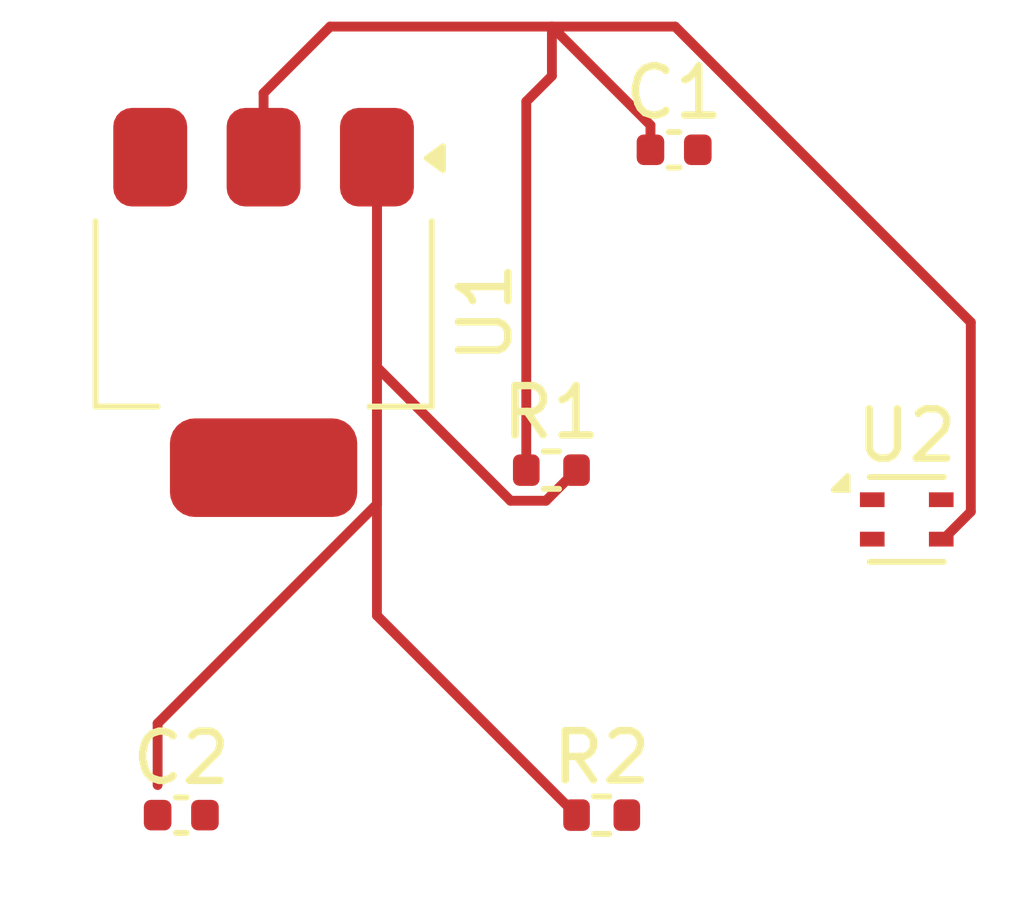
<source format=kicad_pcb>
(kicad_pcb (version 20241229) (generator "pcbnew") (generator_version "9.0")
  (layers (0 "F.Cu" signal) (2 "B.Cu" signal) (13 "F.Paste" user) (15 "B.Paste" user) (5 "F.SilkS" user "F.Silkscreen") (7 "B.SilkS" user "B.Silkscreen") (1 "F.Mask" user) (3 "B.Mask" user) (25 "Edge.Cuts" user))
  (net 0 "")
  (net 1 "GND")
  (net 2 "Net-(U1-VO)")
  (net 3 "VCC")
  (net 4 "Net-(U1-ADJ)")
  (footprint "Capacitor_SMD:C_0402_1005Metric" (layer "F.Cu") (at 125.48 73.5)
    (property "Reference" "C1" (at 0 -1.16 0) (layer "F.SilkS"))
    (property "Value" "0.1µF")
    (fp_line (start -0.107836 -0.36) (end 0.107836 -0.36) (stroke (width 0.12)) (layer "F.SilkS"))
    (fp_line (start -0.107836 0.36) (end 0.107836 0.36) (stroke (width 0.12)) (layer "F.SilkS"))
    (pad "1" smd roundrect (at -0.48 0) (size 0.56 0.62) (layers "F.Cu" "F.Mask" "F.Paste") (net 2 "Net-(U1-VO)"))
    (pad "2" smd roundrect (at 0.48 0) (size 0.56 0.62) (layers "F.Cu" "F.Mask" "F.Paste") (net 1 "GND"))
  )
  (footprint "Capacitor_SMD:C_0402_1005Metric" (layer "F.Cu") (at 115.48 87)
    (property "Reference" "C2" (at 0 -1.16 0) (layer "F.SilkS"))
    (property "Value" "1µF")
    (fp_line (start -0.107836 -0.36) (end 0.107836 -0.36) (stroke (width 0.12)) (layer "F.SilkS"))
    (fp_line (start -0.107836 0.36) (end 0.107836 0.36) (stroke (width 0.12)) (layer "F.SilkS"))
    (pad "1" smd roundrect (at -0.48 0) (size 0.56 0.62) (layers "F.Cu" "F.Mask" "F.Paste") (net 3 "VCC"))
    (pad "2" smd roundrect (at 0.48 0) (size 0.56 0.62) (layers "F.Cu" "F.Mask" "F.Paste") (net 1 "GND"))
  )
  (footprint "Resistor_SMD:R_0402_1005Metric" (layer "F.Cu") (at 124.01 87)
    (property "Reference" "R2" (at 0 -1.17 0) (layer "F.SilkS"))
    (property "Value" "390Ω")
    (fp_line (start -0.153641 -0.38) (end 0.153641 -0.38) (stroke (width 0.12)) (layer "F.SilkS"))
    (fp_line (start -0.153641 0.38) (end 0.153641 0.38) (stroke (width 0.12)) (layer "F.SilkS"))
    (pad "1" smd roundrect (at -0.51 0) (size 0.54 0.64) (layers "F.Cu" "F.Mask" "F.Paste") (net 4 "Net-(U1-ADJ)"))
    (pad "2" smd roundrect (at 0.51 0) (size 0.54 0.64) (layers "F.Cu" "F.Mask" "F.Paste") (net 1 "GND"))
  )
  (footprint "Sensor_Humidity:Sensirion_DFN-4_1.5x1.5mm_P0.8mm_SHT4x_NoCentralPad" (layer "F.Cu") (at 130.2 81)
    (property "Reference" "U2" (at 0 -1.7 0) (layer "F.SilkS"))
    (property "Value" "SHT4x")
    (fp_line (start -0.75 -0.86) (end 0.75 -0.86) (stroke (width 0.12)) (layer "F.SilkS"))
    (fp_line (start -0.75 0.86) (end 0.75 0.86) (stroke (width 0.12)) (layer "F.SilkS"))
    (fp_poly (pts (xy -1.2 -0.6) (xy -1.48 -0.6) (xy -1.2 -0.88) (xy -1.2 -0.6)) (stroke (width 0.12)) (fill yes) (layer "F.SilkS"))
    (pad "1" smd rect (at -0.7 -0.4) (size 0.5 0.3) (layers "F.Cu" "F.Mask" "F.Paste"))
    (pad "2" smd rect (at -0.7 0.4) (size 0.5 0.3) (layers "F.Cu" "F.Mask" "F.Paste"))
    (pad "3" smd rect (at 0.7 0.4) (size 0.5 0.3) (layers "F.Cu" "F.Mask" "F.Paste") (net 2 "Net-(U1-VO)"))
    (pad "4" smd rect (at 0.7 -0.4) (size 0.5 0.3) (layers "F.Cu" "F.Mask" "F.Paste") (net 1 "GND"))
  )
  (footprint "Package_TO_SOT_SMD:SOT-223-3_TabPin2" (layer "F.Cu") (at 117.15 76.8 -90)
    (property "Reference" "U1" (at 0 -4.5 90) (layer "F.SilkS"))
    (property "Value" "LM317_SOT-223")
    (fp_line (start -1.85 3.41) (end 1.91 3.41) (stroke (width 0.12)) (layer "F.SilkS"))
    (fp_line (start 1.91 3.41) (end 1.91 2.15) (stroke (width 0.12)) (layer "F.SilkS"))
    (fp_line (start -1.85 -3.41) (end 1.91 -3.41) (stroke (width 0.12)) (layer "F.SilkS"))
    (fp_line (start 1.91 -3.41) (end 1.91 -2.15) (stroke (width 0.12)) (layer "F.SilkS"))
    (fp_poly (pts (xy -3.13 -3.31) (xy -3.37 -3.64) (xy -2.89 -3.64) (xy -3.13 -3.31)) (stroke (width 0.12)) (fill yes) (layer "F.SilkS"))
    (pad "1" smd roundrect (at -3.15 -2.3 270) (size 2 1.5) (layers "F.Cu" "F.Mask" "F.Paste") (net 4 "Net-(U1-ADJ)"))
    (pad "2" smd roundrect (at -3.15 0 270) (size 2 1.5) (layers "F.Cu" "F.Mask" "F.Paste") (net 2 "Net-(U1-VO)"))
    (pad "2" smd roundrect (at 3.15 0 270) (size 2 3.8) (layers "F.Cu" "F.Mask" "F.Paste") (net 2 "Net-(U1-VO)"))
    (pad "3" smd roundrect (at -3.15 2.3 270) (size 2 1.5) (layers "F.Cu" "F.Mask" "F.Paste") (net 3 "VCC"))
  )
  (footprint "Resistor_SMD:R_0402_1005Metric" (layer "F.Cu") (at 122.99 80)
    (property "Reference" "R1" (at 0 -1.17 0) (layer "F.SilkS"))
    (property "Value" "240Ω")
    (fp_line (start -0.153641 -0.38) (end 0.153641 -0.38) (stroke (width 0.12)) (layer "F.SilkS"))
    (fp_line (start -0.153641 0.38) (end 0.153641 0.38) (stroke (width 0.12)) (layer "F.SilkS"))
    (pad "1" smd roundrect (at -0.51 0) (size 0.54 0.64) (layers "F.Cu" "F.Mask" "F.Paste") (net 2 "Net-(U1-VO)"))
    (pad "2" smd roundrect (at 0.51 0) (size 0.54 0.64) (layers "F.Cu" "F.Mask" "F.Paste") (net 4 "Net-(U1-ADJ)"))
  )
  (segment (start 123 71) (end 125.5 71) (width 0.2) (layer "F.Cu") (net 2))
  (segment (start 125 73) (end 125 73.5) (width 0.2) (layer "F.Cu") (net 2))
  (segment (start 131.5 80.842836) (end 130.942836 81.4) (width 0.2) (layer "F.Cu") (net 2))
  (segment (start 123 71) (end 123 72) (width 0.2) (layer "F.Cu") (net 2))
  (segment (start 117.15 73.65) (end 117.15 72.35) (width 0.2) (layer "F.Cu") (net 2))
  (segment (start 131.5 77) (end 131.5 80.842836) (width 0.2) (layer "F.Cu") (net 2))
  (segment (start 125.5 71) (end 131.5 77) (width 0.2) (layer "F.Cu") (net 2))
  (segment (start 118.5 71) (end 123 71) (width 0.2) (layer "F.Cu") (net 2))
  (segment (start 130.942836 81.4) (end 130.9 81.4) (width 0.2) (layer "F.Cu") (net 2))
  (segment (start 117.15 72.35) (end 118.5 71) (width 0.2) (layer "F.Cu") (net 2))
  (segment (start 123 72) (end 122.48 72.52) (width 0.2) (layer "F.Cu") (net 2))
  (segment (start 123 71) (end 125 73) (width 0.2) (layer "F.Cu") (net 2))
  (segment (start 122.48 72.52) (end 122.48 80) (width 0.2) (layer "F.Cu") (net 2))
  (segment (start 119.45 73.65) (end 119.45 77.91034) (width 0.2) (layer "F.Cu") (net 4))
  (segment (start 122.16066 80.621) (end 122.879 80.621) (width 0.2) (layer "F.Cu") (net 4))
  (segment (start 115 85.140058) (end 115 86.389) (width 0.2) (layer "F.Cu") (net 4))
  (segment (start 122.879 80.621) (end 123.5 80) (width 0.2) (layer "F.Cu") (net 4))
  (segment (start 119.45 77.91034) (end 122.16066 80.621) (width 0.2) (layer "F.Cu") (net 4))
  (segment (start 119.45 80.690058) (end 115 85.140058) (width 0.2) (layer "F.Cu") (net 4))
  (segment (start 119.45 82.95) (end 123.5 87) (width 0.2) (layer "F.Cu") (net 4))
  (segment (start 119.45 73.65) (end 119.45 82.95) (width 0.2) (layer "F.Cu") (net 4))
  (segment (start 119.45 73.65) (end 119.45 80.690058) (width 0.2) (layer "F.Cu") (net 4))
)
</source>
